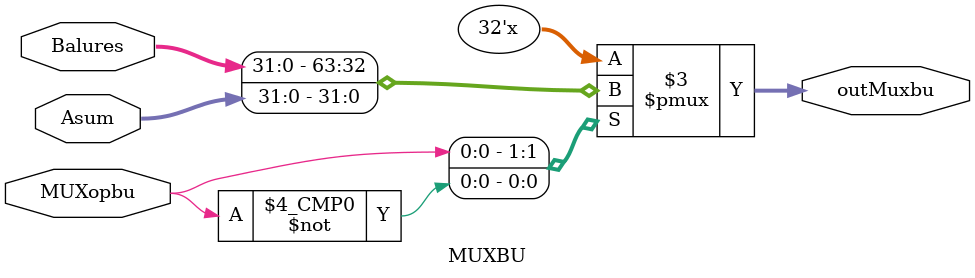
<source format=sv>
module MUXBU(Asum, Balures, MUXopbu, outMuxbu);
  input logic [31:0] Asum;
  input logic [31:0] Balures ;
  input logic MUXopbu; 
  
  output logic [31:0] outMuxbu = 32 /*sumi 88 pp32 0 fact80 pot172*/;

  always @(*) begin
    case (MUXopbu)    	
      1'b1:      
        begin
          //Jump
          outMuxbu <= Balures;
        end
      1'b0:         
        begin
          //Next instruction
          outMuxbu <= Asum;          
        end
    endcase   
  end
endmodule
</source>
